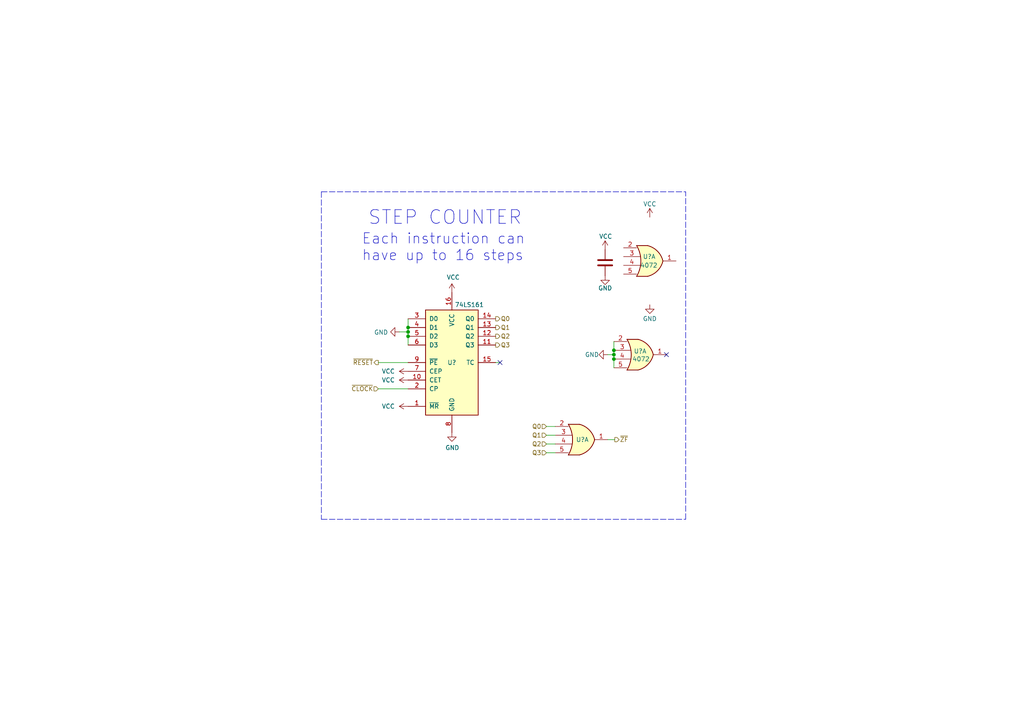
<source format=kicad_sch>
(kicad_sch (version 20211123) (generator eeschema)
  (paper "A4")
  (lib_symbols
    (symbol "4xxx:4072" (pin_names (offset 1.016))
      (property "Reference" "U" (at 0 1.27 0))
      (property "Value" "4072" (at 0 -1.27 0))
      (symbol "4072_1_1"
        (arc (start -3.81 -4.445) (mid -2.5908 0) (end -3.81 4.445) (stroke (width 0.254)))
        (arc (start -0.6096 -4.445) (mid 2.224 -2.8428) (end 3.81 0) (stroke (width 0.254)) (fill (type background)))
        (polyline (pts (xy -3.81 -4.445) (xy -0.635 -4.445)) (stroke (width 0.254)) (fill (type background)))
        (polyline (pts (xy -3.81 4.445) (xy -0.635 4.445)) (stroke (width 0.254)) (fill (type background)))
        (polyline (pts (xy -0.635 4.445) (xy -3.81 4.445) (xy -3.81 4.445) (xy -3.6322 4.0894) (xy -3.0988 2.921) (xy -2.7686 1.6764) (xy -2.6162 0.4318) (xy -2.6416 -0.8636) (xy -2.8702 -2.1082) (xy -3.2512 -3.3274) (xy -3.81 -4.445) (xy -3.81 -4.445) (xy -0.635 -4.445)) (stroke (width -25.4)) (fill (type background)))
        (arc (start 3.81 0) (mid 2.2198 2.8386) (end -0.6096 4.445) (stroke (width 0.254)) (fill (type background)))
        (pin output line (at 7.62 0 180) (length 3.81) (name "~") (number "1"))
        (pin input line (at -7.62 3.81 0) (length 3.81) (name "~") (number "2"))
        (pin input line (at -7.62 1.27 0) (length 4.826) (name "~") (number "3"))
        (pin input line (at -7.62 -1.27 0) (length 4.826) (name "~") (number "4"))
        (pin input line (at -7.62 -3.81 0) (length 3.81) (name "~") (number "5"))
      )
      (symbol "4072_1_2"
        (arc (start -0.635 -4.445) (mid 3.81 0) (end -0.635 4.445) (stroke (width 0.254)) (fill (type background)))
        (polyline (pts (xy -0.635 4.445) (xy -3.81 4.445) (xy -3.81 -4.445) (xy -0.635 -4.445)) (stroke (width 0.254)) (fill (type background)))
        (pin output inverted (at 7.62 0 180) (length 3.81) (name "~") (number "1"))
        (pin input inverted (at -7.62 3.81 0) (length 3.81) (name "~") (number "2"))
        (pin input inverted (at -7.62 1.27 0) (length 3.81) (name "~") (number "3"))
        (pin input inverted (at -7.62 -1.27 0) (length 3.81) (name "~") (number "4"))
        (pin input inverted (at -7.62 -3.81 0) (length 3.81) (name "~") (number "5"))
      )
      (symbol "4072_2_1"
        (arc (start -3.81 -4.445) (mid -2.5908 0) (end -3.81 4.445) (stroke (width 0.254)))
        (arc (start -0.6096 -4.445) (mid 2.224 -2.8428) (end 3.81 0) (stroke (width 0.254)) (fill (type background)))
        (polyline (pts (xy -3.81 -4.445) (xy -0.635 -4.445)) (stroke (width 0.254)) (fill (type background)))
        (polyline (pts (xy -3.81 4.445) (xy -0.635 4.445)) (stroke (width 0.254)) (fill (type background)))
        (polyline (pts (xy -0.635 4.445) (xy -3.81 4.445) (xy -3.81 4.445) (xy -3.6322 4.0894) (xy -3.0988 2.921) (xy -2.7686 1.6764) (xy -2.6162 0.4318) (xy -2.6416 -0.8636) (xy -2.8702 -2.1082) (xy -3.2512 -3.3274) (xy -3.81 -4.445) (xy -3.81 -4.445) (xy -0.635 -4.445)) (stroke (width -25.4)) (fill (type background)))
        (arc (start 3.81 0) (mid 2.2198 2.8386) (end -0.6096 4.445) (stroke (width 0.254)) (fill (type background)))
        (pin input line (at -7.62 1.27 0) (length 4.826) (name "~") (number "10"))
        (pin input line (at -7.62 -1.27 0) (length 4.826) (name "~") (number "11"))
        (pin input line (at -7.62 -3.81 0) (length 3.81) (name "~") (number "12"))
        (pin output line (at 7.62 0 180) (length 3.81) (name "~") (number "13"))
        (pin input line (at -7.62 3.81 0) (length 3.81) (name "~") (number "9"))
      )
      (symbol "4072_2_2"
        (arc (start -0.635 -4.445) (mid 3.81 0) (end -0.635 4.445) (stroke (width 0.254)) (fill (type background)))
        (polyline (pts (xy -0.635 4.445) (xy -3.81 4.445) (xy -3.81 -4.445) (xy -0.635 -4.445)) (stroke (width 0.254)) (fill (type background)))
        (pin input inverted (at -7.62 1.27 0) (length 3.81) (name "~") (number "10"))
        (pin input inverted (at -7.62 -1.27 0) (length 3.81) (name "~") (number "11"))
        (pin input inverted (at -7.62 -3.81 0) (length 3.81) (name "~") (number "12"))
        (pin output inverted (at 7.62 0 180) (length 3.81) (name "~") (number "13"))
        (pin input inverted (at -7.62 3.81 0) (length 3.81) (name "~") (number "9"))
      )
      (symbol "4072_3_0"
        (pin power_in line (at 0 12.7 270) (length 5.08) (name "VDD") (number "14"))
        (pin power_in line (at 0 -12.7 90) (length 5.08) (name "VSS") (number "7"))
      )
      (symbol "4072_3_1"
        (rectangle (start -5.08 7.62) (end 5.08 -7.62) (stroke (width 0.254)) (fill (type background)))
      )
    )
    (symbol "74xx:74LS161" (pin_names (offset 1.016))
      (property "Reference" "U" (at -7.62 16.51 0))
      (property "Value" "74LS161" (at -7.62 -16.51 0))
      (symbol "74LS161_1_0"
        (pin input line (at -12.7 -12.7 0) (length 5.08) (name "~{MR}") (number "1"))
        (pin input line (at -12.7 -5.08 0) (length 5.08) (name "CET") (number "10"))
        (pin output line (at 12.7 5.08 180) (length 5.08) (name "Q3") (number "11"))
        (pin output line (at 12.7 7.62 180) (length 5.08) (name "Q2") (number "12"))
        (pin output line (at 12.7 10.16 180) (length 5.08) (name "Q1") (number "13"))
        (pin output line (at 12.7 12.7 180) (length 5.08) (name "Q0") (number "14"))
        (pin output line (at 12.7 0 180) (length 5.08) (name "TC") (number "15"))
        (pin power_in line (at 0 20.32 270) (length 5.08) (name "VCC") (number "16"))
        (pin input line (at -12.7 -7.62 0) (length 5.08) (name "CP") (number "2"))
        (pin input line (at -12.7 12.7 0) (length 5.08) (name "D0") (number "3"))
        (pin input line (at -12.7 10.16 0) (length 5.08) (name "D1") (number "4"))
        (pin input line (at -12.7 7.62 0) (length 5.08) (name "D2") (number "5"))
        (pin input line (at -12.7 5.08 0) (length 5.08) (name "D3") (number "6"))
        (pin input line (at -12.7 -2.54 0) (length 5.08) (name "CEP") (number "7"))
        (pin power_in line (at 0 -20.32 90) (length 5.08) (name "GND") (number "8"))
        (pin input line (at -12.7 0 0) (length 5.08) (name "~{PE}") (number "9"))
      )
      (symbol "74LS161_1_1"
        (rectangle (start -7.62 15.24) (end 7.62 -15.24) (stroke (width 0.254)) (fill (type background)))
      )
    )
    (symbol "Device:C" (pin_numbers hide) (pin_names (offset 0.254))
      (property "Reference" "C" (at 0.635 2.54 0))
      (property "Value" "C" (at 0.635 -2.54 0))
      (symbol "C_0_1"
        (polyline (pts (xy -2.032 -0.762) (xy 2.032 -0.762)) (stroke (width 0.508)))
        (polyline (pts (xy -2.032 0.762) (xy 2.032 0.762)) (stroke (width 0.508)))
      )
      (symbol "C_1_1"
        (pin passive line (at 0 3.81 270) (length 2.794) (name "~") (number "1"))
        (pin passive line (at 0 -3.81 90) (length 2.794) (name "~") (number "2"))
      )
    )
    (symbol "power:GND" (power) (pin_names (offset 0))
      (property "Value" "GND" (at 0 -3.81 0))
      (symbol "GND_0_1"
        (polyline (pts (xy 0 0) (xy 0 -1.27) (xy 1.27 -1.27) (xy 0 -2.54) (xy -1.27 -1.27) (xy 0 -1.27)))
      )
      (symbol "GND_1_1"
        (pin power_in line (at 0 0 270) (length 0) hide (name "GND") (number "1"))
      )
    )
    (symbol "power:VCC" (power) (pin_names (offset 0))
      (property "Value" "VCC" (at 0 3.81 0))
      (symbol "VCC_0_1"
        (polyline (pts (xy -0.762 1.27) (xy 0 2.54)))
        (polyline (pts (xy 0 0) (xy 0 2.54)))
        (polyline (pts (xy 0 2.54) (xy 0.762 1.27)))
      )
      (symbol "VCC_1_1"
        (pin power_in line (at 0 0 90) (length 0) hide (name "VCC") (number "1"))
      )
    )
  )
  (junction (at 118.364 96.266))
  (junction (at 178.054 102.87))
  (junction (at 118.364 97.536))
  (junction (at 178.054 104.14))
  (junction (at 118.364 94.996))
  (junction (at 178.054 101.6))
  (no_connect (at 193.294 102.87))
  (no_connect (at 145.034 105.156))
  (wire (pts (xy 109.728 112.776) (xy 118.364 112.776)))
  (wire (pts (xy 178.054 101.6) (xy 178.054 102.87)))
  (wire (pts (xy 143.764 105.156) (xy 145.034 105.156)))
  (polyline (pts (xy 93.218 55.626) (xy 198.882 55.626)))
  (wire (pts (xy 118.364 96.266) (xy 118.364 94.996)))
  (wire (pts (xy 115.824 96.266) (xy 118.364 96.266)))
  (wire (pts (xy 109.728 105.156) (xy 118.364 105.156)))
  (polyline (pts (xy 93.218 150.622) (xy 198.882 150.622)))
  (wire (pts (xy 158.496 128.778) (xy 161.036 128.778)))
  (wire (pts (xy 176.276 102.87) (xy 178.054 102.87)))
  (wire (pts (xy 178.308 127.508) (xy 176.276 127.508)))
  (wire (pts (xy 178.054 104.14) (xy 178.054 106.68)))
  (wire (pts (xy 178.054 99.06) (xy 178.054 101.6)))
  (wire (pts (xy 178.054 102.87) (xy 178.054 104.14)))
  (wire (pts (xy 118.364 96.266) (xy 118.364 97.536)))
  (wire (pts (xy 118.364 94.996) (xy 118.364 92.456)))
  (wire (pts (xy 118.364 97.536) (xy 118.364 100.076)))
  (polyline (pts (xy 93.218 55.626) (xy 93.218 150.622)))
  (polyline (pts (xy 198.882 150.622) (xy 198.882 55.626)))
  (wire (pts (xy 158.496 126.238) (xy 161.036 126.238)))
  (wire (pts (xy 158.496 123.698) (xy 161.036 123.698)))
  (wire (pts (xy 158.496 131.318) (xy 161.036 131.318)))
  (text "STEP COUNTER" (at 106.68 65.532 0) (effects (font (size 3.9878 3.9878)) (justify left bottom)))
  (text "Each instruction can \nhave up to 16 steps" (at 104.902 75.946 0) (effects (font (size 2.9972 2.9972)) (justify left bottom)))
  (hierarchical_label "Q0" (shape input) (at 158.496 123.698 180))
  (hierarchical_label "~{ZF}" (shape output) (at 178.308 127.508 0))
  (hierarchical_label "Q3" (shape output) (at 143.764 100.076 0))
  (hierarchical_label "~{CLOCK}" (shape input) (at 109.728 112.776 180))
  (hierarchical_label "~{RESET}" (shape output) (at 109.728 105.156 180))
  (hierarchical_label "Q1" (shape input) (at 158.496 126.238 180))
  (hierarchical_label "Q0" (shape output) (at 143.764 92.456 0))
  (hierarchical_label "Q3" (shape input) (at 158.496 131.318 180))
  (hierarchical_label "Q2" (shape input) (at 158.496 128.778 180))
  (hierarchical_label "Q2" (shape output) (at 143.764 97.536 0))
  (hierarchical_label "Q1" (shape output) (at 143.764 94.996 0))
  (symbol (lib_id "power:GND") (at 175.514 80.01 0)
    (property "Reference" "#PWR?" (effects hide))
    (property "Value" "GND" (at 175.514 83.566 0))
  )
  (symbol (lib_id "Device:C") (at 175.514 76.2 0)
    (property "Reference" "C?" (effects hide))
    (property "Value" "C" (effects hide))
    (property "Footprint" "Capacitor_SMD:C_0805_2012Metric" (effects hide))
  )
  (symbol (lib_id "74xx:74LS161") (at 131.064 105.156 0)
    (property "Reference" "U?" (at 131.064 105.156 0))
    (property "Value" "74LS161" (at 136.144 88.392 0))
    (property "Footprint" "Package_SO:SOIC-16_3.9x9.9mm_P1.27mm" (effects hide))
    (property "Datasheet" "http://www.ti.com/lit/gpn/sn74LS161" (effects hide))
  )
  (symbol (lib_id "power:VCC") (at 118.364 117.856 90)
    (property "Reference" "#PWR?" (effects hide))
    (property "Value" "VCC" (at 114.554 117.856 90) (effects (justify left)))
  )
  (symbol (lib_id "power:GND") (at 131.064 125.476 0)
    (property "Reference" "#PWR?" (effects hide))
    (property "Value" "GND" (at 131.191 129.8702 0))
  )
  (symbol (lib_id "power:GND") (at 176.276 102.87 270)
    (property "Reference" "#PWR?" (effects hide))
    (property "Value" "GND" (at 173.736 102.87 90) (effects (justify right)))
  )
  (symbol (lib_id "4xxx:4072") (at 168.656 127.508 0)
    (property "Reference" "U?" (at 168.91 127.508 0))
    (property "Value" "4072" (effects hide))
    (property "Footprint" "Package_SO:SOIC-14_3.9x8.7mm_P1.27mm" (effects hide))
    (property "Datasheet" "http://www.intersil.com/content/dam/Intersil/documents/cd40/cd4071bms-72bms-75bms.pdf" (effects hide))
  )
  (symbol (lib_id "power:VCC") (at 118.364 110.236 90)
    (property "Reference" "#PWR?" (effects hide))
    (property "Value" "VCC" (at 114.554 110.236 90) (effects (justify left)))
  )
  (symbol (lib_id "power:VCC") (at 188.468 62.992 0)
    (property "Reference" "#PWR?" (effects hide))
    (property "Value" "VCC" (at 188.468 59.182 0))
  )
  (symbol (lib_id "power:GND") (at 115.824 96.266 270)
    (property "Reference" "#PWR?" (effects hide))
    (property "Value" "GND" (at 112.5728 96.393 90) (effects (justify right)))
  )
  (symbol (lib_id "4xxx:4072") (at 188.468 75.692 0)
    (property "Reference" "U?" (at 186.436 74.422 0) (effects (justify left)))
    (property "Value" "4072" (at 185.674 76.962 0) (effects (justify left)))
    (property "Footprint" "Package_SO:SOIC-14_3.9x8.7mm_P1.27mm" (effects hide))
    (property "Datasheet" "http://www.intersil.com/content/dam/Intersil/documents/cd40/cd4071bms-72bms-75bms.pdf" (effects hide))
  )
  (symbol (lib_id "power:VCC") (at 118.364 107.696 90)
    (property "Reference" "#PWR?" (effects hide))
    (property "Value" "VCC" (at 114.554 107.696 90) (effects (justify left)))
  )
  (symbol (lib_id "power:VCC") (at 175.514 72.39 0)
    (property "Reference" "#PWR?" (effects hide))
    (property "Value" "VCC" (at 173.736 68.58 0) (effects (justify left)))
  )
  (symbol (lib_id "power:GND") (at 188.468 88.392 0)
    (property "Reference" "#PWR?" (effects hide))
    (property "Value" "GND" (at 188.468 92.456 0))
  )
  (symbol (lib_id "4xxx:4072") (at 185.674 102.87 0)
    (property "Reference" "U?" (at 185.674 101.854 0))
    (property "Value" "4072" (at 185.928 104.14 0))
    (property "Footprint" "Package_SO:SOIC-14_3.9x8.7mm_P1.27mm" (effects hide))
    (property "Datasheet" "http://www.intersil.com/content/dam/Intersil/documents/cd40/cd4071bms-72bms-75bms.pdf" (effects hide))
  )
  (symbol (lib_id "power:VCC") (at 131.064 84.836 0)
    (property "Reference" "#PWR?" (effects hide))
    (property "Value" "VCC" (at 131.445 80.4418 0))
  )
)
</source>
